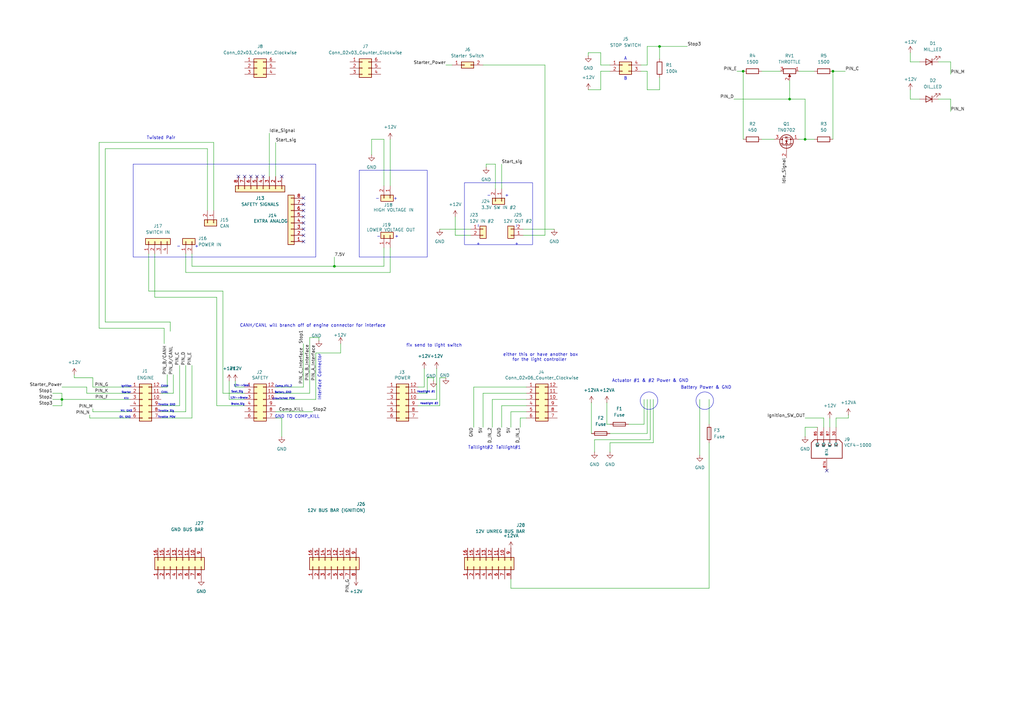
<source format=kicad_sch>
(kicad_sch (version 20231120) (generator "eeschema") (generator_version "8.0")
  (paper "A3")
  (lib_symbols
    (symbol "Connector_Generic:Conn_01x02" (pin_names (offset 1.016) hide)
      (property "Reference" "J" (at 0 2.54 0))
      (property "Value" "Conn_01x02" (at 0 -5.08 0))
      (symbol "Conn_01x02_1_1"
        (rectangle (start -1.27 -2.413) (end 0 -2.667) (stroke (width 0.1524)))
        (rectangle (start -1.27 0.127) (end 0 -0.127) (stroke (width 0.1524)))
        (rectangle (start -1.27 1.27) (end 1.27 -3.81) (stroke (width 0.254)) (fill (type background)))
        (pin passive line (at -5.08 0 0) (length 3.81) (name "Pin_1") (number "1"))
        (pin passive line (at -5.08 -2.54 0) (length 3.81) (name "Pin_2") (number "2"))
      )
    )
    (symbol "Connector_Generic:Conn_01x04" (pin_names (offset 1.016) hide)
      (property "Reference" "J" (at 0 5.08 0))
      (property "Value" "Conn_01x04" (at 0 -7.62 0))
      (symbol "Conn_01x04_1_1"
        (rectangle (start -1.27 -4.953) (end 0 -5.207) (stroke (width 0.1524)))
        (rectangle (start -1.27 -2.413) (end 0 -2.667) (stroke (width 0.1524)))
        (rectangle (start -1.27 0.127) (end 0 -0.127) (stroke (width 0.1524)))
        (rectangle (start -1.27 2.667) (end 0 2.413) (stroke (width 0.1524)))
        (rectangle (start -1.27 3.81) (end 1.27 -6.35) (stroke (width 0.254)) (fill (type background)))
        (pin passive line (at -5.08 2.54 0) (length 3.81) (name "Pin_1") (number "1"))
        (pin passive line (at -5.08 0 0) (length 3.81) (name "Pin_2") (number "2"))
        (pin passive line (at -5.08 -2.54 0) (length 3.81) (name "Pin_3") (number "3"))
        (pin passive line (at -5.08 -5.08 0) (length 3.81) (name "Pin_4") (number "4"))
      )
    )
    (symbol "Connector_Generic:Conn_01x08" (pin_names (offset 1.016) hide)
      (property "Reference" "J" (at 0 10.16 0))
      (property "Value" "Conn_01x08" (at 0 -12.7 0))
      (symbol "Conn_01x08_1_1"
        (rectangle (start -1.27 -10.033) (end 0 -10.287) (stroke (width 0.1524)))
        (rectangle (start -1.27 -7.493) (end 0 -7.747) (stroke (width 0.1524)))
        (rectangle (start -1.27 -4.953) (end 0 -5.207) (stroke (width 0.1524)))
        (rectangle (start -1.27 -2.413) (end 0 -2.667) (stroke (width 0.1524)))
        (rectangle (start -1.27 0.127) (end 0 -0.127) (stroke (width 0.1524)))
        (rectangle (start -1.27 2.667) (end 0 2.413) (stroke (width 0.1524)))
        (rectangle (start -1.27 5.207) (end 0 4.953) (stroke (width 0.1524)))
        (rectangle (start -1.27 7.747) (end 0 7.493) (stroke (width 0.1524)))
        (rectangle (start -1.27 8.89) (end 1.27 -11.43) (stroke (width 0.254)) (fill (type background)))
        (pin passive line (at -5.08 7.62 0) (length 3.81) (name "Pin_1") (number "1"))
        (pin passive line (at -5.08 5.08 0) (length 3.81) (name "Pin_2") (number "2"))
        (pin passive line (at -5.08 2.54 0) (length 3.81) (name "Pin_3") (number "3"))
        (pin passive line (at -5.08 0 0) (length 3.81) (name "Pin_4") (number "4"))
        (pin passive line (at -5.08 -2.54 0) (length 3.81) (name "Pin_5") (number "5"))
        (pin passive line (at -5.08 -5.08 0) (length 3.81) (name "Pin_6") (number "6"))
        (pin passive line (at -5.08 -7.62 0) (length 3.81) (name "Pin_7") (number "7"))
        (pin passive line (at -5.08 -10.16 0) (length 3.81) (name "Pin_8") (number "8"))
      )
    )
    (symbol "Connector_Generic:Conn_02x01" (pin_names (offset 1.016) hide)
      (property "Reference" "J" (at 1.27 2.54 0))
      (property "Value" "Conn_02x01" (at 1.27 -2.54 0))
      (symbol "Conn_02x01_1_1"
        (rectangle (start -1.27 0.127) (end 0 -0.127) (stroke (width 0.1524)))
        (rectangle (start -1.27 1.27) (end 3.81 -1.27) (stroke (width 0.254)) (fill (type background)))
        (rectangle (start 3.81 0.127) (end 2.54 -0.127) (stroke (width 0.1524)))
        (pin passive line (at -5.08 0 0) (length 3.81) (name "Pin_1") (number "1"))
        (pin passive line (at 7.62 0 180) (length 3.81) (name "Pin_2") (number "2"))
      )
    )
    (symbol "Connector_Generic:Conn_02x02_Counter_Clockwise" (pin_names (offset 1.016) hide)
      (property "Reference" "J" (at 1.27 2.54 0))
      (property "Value" "Conn_02x02_Counter_Clockwise" (at 1.27 -5.08 0))
      (symbol "Conn_02x02_Counter_Clockwise_1_1"
        (rectangle (start -1.27 -2.413) (end 0 -2.667) (stroke (width 0.1524)))
        (rectangle (start -1.27 0.127) (end 0 -0.127) (stroke (width 0.1524)))
        (rectangle (start -1.27 1.27) (end 3.81 -3.81) (stroke (width 0.254)) (fill (type background)))
        (rectangle (start 3.81 -2.413) (end 2.54 -2.667) (stroke (width 0.1524)))
        (rectangle (start 3.81 0.127) (end 2.54 -0.127) (stroke (width 0.1524)))
        (pin passive line (at -5.08 0 0) (length 3.81) (name "Pin_1") (number "1"))
        (pin passive line (at -5.08 -2.54 0) (length 3.81) (name "Pin_2") (number "2"))
        (pin passive line (at 7.62 -2.54 180) (length 3.81) (name "Pin_3") (number "3"))
        (pin passive line (at 7.62 0 180) (length 3.81) (name "Pin_4") (number "4"))
      )
    )
    (symbol "Connector_Generic:Conn_02x03_Counter_Clockwise" (pin_names (offset 1.016) hide)
      (property "Reference" "J" (at 1.27 5.08 0))
      (property "Value" "Conn_02x03_Counter_Clockwise" (at 1.27 -5.08 0))
      (symbol "Conn_02x03_Counter_Clockwise_1_1"
        (rectangle (start -1.27 -2.413) (end 0 -2.667) (stroke (width 0.1524)))
        (rectangle (start -1.27 0.127) (end 0 -0.127) (stroke (width 0.1524)))
        (rectangle (start -1.27 2.667) (end 0 2.413) (stroke (width 0.1524)))
        (rectangle (start -1.27 3.81) (end 3.81 -3.81) (stroke (width 0.254)) (fill (type background)))
        (rectangle (start 3.81 -2.413) (end 2.54 -2.667) (stroke (width 0.1524)))
        (rectangle (start 3.81 0.127) (end 2.54 -0.127) (stroke (width 0.1524)))
        (rectangle (start 3.81 2.667) (end 2.54 2.413) (stroke (width 0.1524)))
        (pin passive line (at -5.08 2.54 0) (length 3.81) (name "Pin_1") (number "1"))
        (pin passive line (at -5.08 0 0) (length 3.81) (name "Pin_2") (number "2"))
        (pin passive line (at -5.08 -2.54 0) (length 3.81) (name "Pin_3") (number "3"))
        (pin passive line (at 7.62 -2.54 180) (length 3.81) (name "Pin_4") (number "4"))
        (pin passive line (at 7.62 0 180) (length 3.81) (name "Pin_5") (number "5"))
        (pin passive line (at 7.62 2.54 180) (length 3.81) (name "Pin_6") (number "6"))
      )
    )
    (symbol "Connector_Generic:Conn_02x06_Counter_Clockwise" (pin_names (offset 1.016) hide)
      (property "Reference" "J" (at 1.27 7.62 0))
      (property "Value" "Conn_02x06_Counter_Clockwise" (at 1.27 -10.16 0))
      (symbol "Conn_02x06_Counter_Clockwise_1_1"
        (rectangle (start -1.27 -7.493) (end 0 -7.747) (stroke (width 0.1524)))
        (rectangle (start -1.27 -4.953) (end 0 -5.207) (stroke (width 0.1524)))
        (rectangle (start -1.27 -2.413) (end 0 -2.667) (stroke (width 0.1524)))
        (rectangle (start -1.27 0.127) (end 0 -0.127) (stroke (width 0.1524)))
        (rectangle (start -1.27 2.667) (end 0 2.413) (stroke (width 0.1524)))
        (rectangle (start -1.27 5.207) (end 0 4.953) (stroke (width 0.1524)))
        (rectangle (start -1.27 6.35) (end 3.81 -8.89) (stroke (width 0.254)) (fill (type background)))
        (rectangle (start 3.81 -7.493) (end 2.54 -7.747) (stroke (width 0.1524)))
        (rectangle (start 3.81 -4.953) (end 2.54 -5.207) (stroke (width 0.1524)))
        (rectangle (start 3.81 -2.413) (end 2.54 -2.667) (stroke (width 0.1524)))
        (rectangle (start 3.81 0.127) (end 2.54 -0.127) (stroke (width 0.1524)))
        (rectangle (start 3.81 2.667) (end 2.54 2.413) (stroke (width 0.1524)))
        (rectangle (start 3.81 5.207) (end 2.54 4.953) (stroke (width 0.1524)))
        (pin passive line (at -5.08 5.08 0) (length 3.81) (name "Pin_1") (number "1"))
        (pin passive line (at 7.62 0 180) (length 3.81) (name "Pin_10") (number "10"))
        (pin passive line (at 7.62 2.54 180) (length 3.81) (name "Pin_11") (number "11"))
        (pin passive line (at 7.62 5.08 180) (length 3.81) (name "Pin_12") (number "12"))
        (pin passive line (at -5.08 2.54 0) (length 3.81) (name "Pin_2") (number "2"))
        (pin passive line (at -5.08 0 0) (length 3.81) (name "Pin_3") (number "3"))
        (pin passive line (at -5.08 -2.54 0) (length 3.81) (name "Pin_4") (number "4"))
        (pin passive line (at -5.08 -5.08 0) (length 3.81) (name "Pin_5") (number "5"))
        (pin passive line (at -5.08 -7.62 0) (length 3.81) (name "Pin_6") (number "6"))
        (pin passive line (at 7.62 -7.62 180) (length 3.81) (name "Pin_7") (number "7"))
        (pin passive line (at 7.62 -5.08 180) (length 3.81) (name "Pin_8") (number "8"))
        (pin passive line (at 7.62 -2.54 180) (length 3.81) (name "Pin_9") (number "9"))
      )
    )
    (symbol "Connector_Generic:Conn_02x08_Counter_Clockwise" (pin_names (offset 1.016) hide)
      (property "Reference" "J" (at 1.27 10.16 0))
      (property "Value" "Conn_02x08_Counter_Clockwise" (at 1.27 -12.7 0))
      (symbol "Conn_02x08_Counter_Clockwise_1_1"
        (rectangle (start -1.27 -10.033) (end 0 -10.287) (stroke (width 0.1524)))
        (rectangle (start -1.27 -7.493) (end 0 -7.747) (stroke (width 0.1524)))
        (rectangle (start -1.27 -4.953) (end 0 -5.207) (stroke (width 0.1524)))
        (rectangle (start -1.27 -2.413) (end 0 -2.667) (stroke (width 0.1524)))
        (rectangle (start -1.27 0.127) (end 0 -0.127) (stroke (width 0.1524)))
        (rectangle (start -1.27 2.667) (end 0 2.413) (stroke (width 0.1524)))
        (rectangle (start -1.27 5.207) (end 0 4.953) (stroke (width 0.1524)))
        (rectangle (start -1.27 7.747) (end 0 7.493) (stroke (width 0.1524)))
        (rectangle (start -1.27 8.89) (end 3.81 -11.43) (stroke (width 0.254)) (fill (type background)))
        (rectangle (start 3.81 -10.033) (end 2.54 -10.287) (stroke (width 0.1524)))
        (rectangle (start 3.81 -7.493) (end 2.54 -7.747) (stroke (width 0.1524)))
        (rectangle (start 3.81 -4.953) (end 2.54 -5.207) (stroke (width 0.1524)))
        (rectangle (start 3.81 -2.413) (end 2.54 -2.667) (stroke (width 0.1524)))
        (rectangle (start 3.81 0.127) (end 2.54 -0.127) (stroke (width 0.1524)))
        (rectangle (start 3.81 2.667) (end 2.54 2.413) (stroke (width 0.1524)))
        (rectangle (start 3.81 5.207) (end 2.54 4.953) (stroke (width 0.1524)))
        (rectangle (start 3.81 7.747) (end 2.54 7.493) (stroke (width 0.1524)))
        (pin passive line (at -5.08 7.62 0) (length 3.81) (name "Pin_1") (number "1"))
        (pin passive line (at 7.62 -7.62 180) (length 3.81) (name "Pin_10") (number "10"))
        (pin passive line (at 7.62 -5.08 180) (length 3.81) (name "Pin_11") (number "11"))
        (pin passive line (at 7.62 -2.54 180) (length 3.81) (name "Pin_12") (number "12"))
        (pin passive line (at 7.62 0 180) (length 3.81) (name "Pin_13") (number "13"))
        (pin passive line (at 7.62 2.54 180) (length 3.81) (name "Pin_14") (number "14"))
        (pin passive line (at 7.62 5.08 180) (length 3.81) (name "Pin_15") (number "15"))
        (pin passive line (at 7.62 7.62 180) (length 3.81) (name "Pin_16") (number "16"))
        (pin passive line (at -5.08 5.08 0) (length 3.81) (name "Pin_2") (number "2"))
        (pin passive line (at -5.08 2.54 0) (length 3.81) (name "Pin_3") (number "3"))
        (pin passive line (at -5.08 0 0) (length 3.81) (name "Pin_4") (number "4"))
        (pin passive line (at -5.08 -2.54 0) (length 3.81) (name "Pin_5") (number "5"))
        (pin passive line (at -5.08 -5.08 0) (length 3.81) (name "Pin_6") (number "6"))
        (pin passive line (at -5.08 -7.62 0) (length 3.81) (name "Pin_7") (number "7"))
        (pin passive line (at -5.08 -10.16 0) (length 3.81) (name "Pin_8") (number "8"))
        (pin passive line (at 7.62 -10.16 180) (length 3.81) (name "Pin_9") (number "9"))
      )
    )
    (symbol "Device:Fuse" (pin_numbers hide) (pin_names (offset 0))
      (property "Reference" "F" (at 2.032 0 90))
      (property "Value" "Fuse" (at -1.905 0 90))
      (symbol "Fuse_0_1"
        (rectangle (start -0.762 -2.54) (end 0.762 2.54) (stroke (width 0.254)))
        (polyline (pts (xy 0 2.54) (xy 0 -2.54)))
      )
      (symbol "Fuse_1_1"
        (pin passive line (at 0 3.81 270) (length 1.27) (name "~") (number "1"))
        (pin passive line (at 0 -3.81 90) (length 1.27) (name "~") (number "2"))
      )
    )
    (symbol "Device:LED" (pin_numbers hide) (pin_names (offset 1.016) hide)
      (property "Reference" "D" (at 0 2.54 0))
      (property "Value" "LED" (at 0 -2.54 0))
      (symbol "LED_0_1"
        (polyline (pts (xy -1.27 -1.27) (xy -1.27 1.27)) (stroke (width 0.254)))
        (polyline (pts (xy -1.27 0) (xy 1.27 0)))
        (polyline (pts (xy 1.27 -1.27) (xy 1.27 1.27) (xy -1.27 0) (xy 1.27 -1.27)) (stroke (width 0.254)))
        (polyline (pts (xy -3.048 -0.762) (xy -4.572 -2.286) (xy -3.81 -2.286) (xy -4.572 -2.286) (xy -4.572 -1.524)))
        (polyline (pts (xy -1.778 -0.762) (xy -3.302 -2.286) (xy -2.54 -2.286) (xy -3.302 -2.286) (xy -3.302 -1.524)))
      )
      (symbol "LED_1_1"
        (pin passive line (at -3.81 0 0) (length 2.54) (name "K") (number "1"))
        (pin passive line (at 3.81 0 180) (length 2.54) (name "A") (number "2"))
      )
    )
    (symbol "Device:R" (pin_numbers hide) (pin_names (offset 0))
      (property "Reference" "R" (at 2.032 0 90))
      (property "Value" "R" (at 0 0 90))
      (symbol "R_0_1"
        (rectangle (start -1.016 -2.54) (end 1.016 2.54) (stroke (width 0.254)))
      )
      (symbol "R_1_1"
        (pin passive line (at 0 3.81 270) (length 1.27) (name "~") (number "1"))
        (pin passive line (at 0 -3.81 90) (length 1.27) (name "~") (number "2"))
      )
    )
    (symbol "Device:R_Potentiometer" (pin_names (offset 1.016) hide)
      (property "Reference" "RV" (at -4.445 0 90))
      (property "Value" "R_Potentiometer" (at -2.54 0 90))
      (symbol "R_Potentiometer_0_1"
        (polyline (pts (xy 2.54 0) (xy 1.524 0)))
        (polyline (pts (xy 1.143 0) (xy 2.286 0.508) (xy 2.286 -0.508) (xy 1.143 0)) (fill (type outline)))
        (rectangle (start 1.016 2.54) (end -1.016 -2.54) (stroke (width 0.254)))
      )
      (symbol "R_Potentiometer_1_1"
        (pin passive line (at 0 3.81 270) (length 1.27) (name "1") (number "1"))
        (pin passive line (at 3.81 0 180) (length 1.27) (name "2") (number "2"))
        (pin passive line (at 0 -3.81 90) (length 1.27) (name "3") (number "3"))
      )
    )
    (symbol "Motherboard_2023-rescue:VCF4-1000-VCF4-1000-Motherboard_2023-rescue" (pin_names (offset 1.016))
      (property "Reference" "J" (at -7.62 6.35 0))
      (property "Value" "Motherboard_2023-rescue_VCF4-1000-VCF4-1000" (at -7.62 -10.16 0))
      (symbol "VCF4-1000-VCF4-1000-Motherboard_2023-rescue_0_0"
        (arc (start -1.905 -4.445) (mid -2.5373 -5.08) (end -1.905 -5.715) (stroke (width 0.254)))
        (arc (start -1.905 -1.905) (mid -2.5373 -2.54) (end -1.905 -3.175) (stroke (width 0.254)))
        (arc (start -1.905 0.635) (mid -2.5373 0) (end -1.905 -0.635) (stroke (width 0.254)))
        (arc (start -1.905 3.175) (mid -2.5373 2.54) (end -1.905 1.905) (stroke (width 0.254)))
        (polyline (pts (xy -7.62 -7.62) (xy -7.62 5.08)) (stroke (width 0.254)))
        (polyline (pts (xy -7.62 5.08) (xy -1.27 5.08)) (stroke (width 0.254)))
        (polyline (pts (xy -1.27 -7.62) (xy -7.62 -7.62)) (stroke (width 0.254)))
        (polyline (pts (xy 0 -6.35) (xy -1.27 -7.62)) (stroke (width 0.254)))
        (polyline (pts (xy 0 -5.08) (xy -1.27 -5.08)) (stroke (width 0.254)))
        (polyline (pts (xy 0 -2.54) (xy -1.27 -2.54)) (stroke (width 0.254)))
        (polyline (pts (xy 0 0) (xy -1.27 0)) (stroke (width 0.254)))
        (polyline (pts (xy 0 2.54) (xy -1.27 2.54)) (stroke (width 0.254)))
        (polyline (pts (xy 0 2.54) (xy 0 -6.35)) (stroke (width 0.254)))
        (polyline (pts (xy 0 3.81) (xy -1.27 5.08)) (stroke (width 0.254)))
        (polyline (pts (xy 0 3.81) (xy 0 2.54)) (stroke (width 0.254)))
        (pin passive line (at 5.08 -5.08 180) (length 5.08) (name "30") (number "30"))
        (pin passive line (at 5.08 2.54 180) (length 5.08) (name "85") (number "85"))
        (pin passive line (at 5.08 0 180) (length 5.08) (name "86") (number "86"))
        (pin passive line (at 5.08 -2.54 180) (length 5.08) (name "87") (number "87"))
        (pin passive line (at -12.7 -1.27 0) (length 5.08) (name "87A") (number "87A"))
      )
    )
    (symbol "Transistor_FET:2N7000" (pin_names hide)
      (property "Reference" "Q" (at 5.08 1.905 0))
      (property "Value" "2N7000" (at 5.08 0 0))
      (symbol "2N7000_0_1"
        (polyline (pts (xy 0.254 0) (xy -2.54 0)))
        (polyline (pts (xy 0.254 1.905) (xy 0.254 -1.905)) (stroke (width 0.254)))
        (polyline (pts (xy 0.762 -1.27) (xy 0.762 -2.286)) (stroke (width 0.254)))
        (polyline (pts (xy 0.762 0.508) (xy 0.762 -0.508)) (stroke (width 0.254)))
        (polyline (pts (xy 0.762 2.286) (xy 0.762 1.27)) (stroke (width 0.254)))
        (polyline (pts (xy 2.54 2.54) (xy 2.54 1.778)))
        (polyline (pts (xy 2.54 -2.54) (xy 2.54 0) (xy 0.762 0)))
        (polyline (pts (xy 0.762 -1.778) (xy 3.302 -1.778) (xy 3.302 1.778) (xy 0.762 1.778)))
        (polyline (pts (xy 1.016 0) (xy 2.032 0.381) (xy 2.032 -0.381) (xy 1.016 0)) (fill (type outline)))
        (polyline (pts (xy 2.794 0.508) (xy 2.921 0.381) (xy 3.683 0.381) (xy 3.81 0.254)))
        (polyline (pts (xy 3.302 0.381) (xy 2.921 -0.254) (xy 3.683 -0.254) (xy 3.302 0.381)))
        (circle (center 1.651 0) (radius 2.794) (stroke (width 0.254)))
        (circle (center 2.54 -1.778) (radius 0.254) (fill (type outline)))
        (circle (center 2.54 1.778) (radius 0.254) (fill (type outline)))
      )
      (symbol "2N7000_1_1"
        (pin passive line (at 2.54 -5.08 90) (length 2.54) (name "S") (number "1"))
        (pin input line (at -5.08 0 0) (length 2.54) (name "G") (number "2"))
        (pin passive line (at 2.54 5.08 270) (length 2.54) (name "D") (number "3"))
      )
    )
    (symbol "power:+12V" (power) (pin_numbers hide) (pin_names (offset 0) hide)
      (property "Value" "+12V" (at 0 3.556 0))
      (symbol "+12V_0_1"
        (polyline (pts (xy -0.762 1.27) (xy 0 2.54)))
        (polyline (pts (xy 0 0) (xy 0 2.54)))
        (polyline (pts (xy 0 2.54) (xy 0.762 1.27)))
      )
      (symbol "+12V_1_1"
        (pin power_in line (at 0 0 90) (length 0) (name "~") (number "1"))
      )
    )
    (symbol "power:+12VA" (power) (pin_numbers hide) (pin_names (offset 0) hide)
      (property "Value" "+12VA" (at 0 3.556 0))
      (symbol "+12VA_0_1"
        (polyline (pts (xy -0.762 1.27) (xy 0 2.54)))
        (polyline (pts (xy 0 0) (xy 0 2.54)))
        (polyline (pts (xy 0 2.54) (xy 0.762 1.27)))
      )
      (symbol "+12VA_1_1"
        (pin power_in line (at 0 0 90) (length 0) (name "~") (number "1"))
      )
    )
    (symbol "power:GND" (power) (pin_numbers hide) (pin_names (offset 0) hide)
      (property "Value" "GND" (at 0 -3.81 0))
      (symbol "GND_0_1"
        (polyline (pts (xy 0 0) (xy 0 -1.27) (xy 1.27 -1.27) (xy 0 -2.54) (xy -1.27 -1.27) (xy 0 -1.27)))
      )
      (symbol "GND_1_1"
        (pin power_in line (at 0 0 270) (length 0) (name "~") (number "1"))
      )
    )
  )
  (junction (at 341.63 29.21))
  (junction (at 137.16 109.22))
  (junction (at 323.85 40.64))
  (junction (at 25.4 163.83))
  (junction (at 330.2 57.15))
  (junction (at 270.51 19.05))
  (junction (at 304.8 29.21))
  (no_connect (at 102.87 72.39))
  (no_connect (at 124.46 83.82))
  (no_connect (at 339.09 193.04))
  (no_connect (at 124.46 99.06))
  (no_connect (at 124.46 91.44))
  (no_connect (at 100.33 72.39))
  (no_connect (at 107.95 72.39))
  (no_connect (at 124.46 81.28))
  (no_connect (at 105.41 72.39))
  (no_connect (at 124.46 88.9))
  (no_connect (at 124.46 86.36))
  (no_connect (at 97.79 72.39))
  (no_connect (at 115.57 72.39))
  (no_connect (at 124.46 93.98))
  (no_connect (at 124.46 96.52))
  (wire (pts (xy 205.74 166.37) (xy 205.74 175.26)))
  (wire (pts (xy 127 138.43) (xy 130.81 138.43)))
  (wire (pts (xy 71.12 153.67) (xy 71.12 161.29)))
  (wire (pts (xy 124.46 158.75) (xy 113.03 158.75)))
  (wire (pts (xy 127 138.43) (xy 127 161.29)))
  (wire (pts (xy 38.1 158.75) (xy 53.34 158.75)))
  (wire (pts (xy 377.19 25.4) (xy 373.38 25.4)))
  (wire (pts (xy 265.43 29.21) (xy 265.43 36.83)))
  (wire (pts (xy 209.55 168.91) (xy 209.55 175.26)))
  (wire (pts (xy 384.81 25.4) (xy 389.89 25.4)))
  (wire (pts (xy 113.03 171.45) (xy 115.57 171.45)))
  (wire (pts (xy 35.56 161.29) (xy 53.34 161.29)))
  (wire (pts (xy 323.85 33.02) (xy 323.85 40.64)))
  (wire (pts (xy 157.48 109.22) (xy 137.16 109.22)))
  (wire (pts (xy 85.09 86.36) (xy 85.09 60.96)))
  (wire (pts (xy 215.9 158.75) (xy 194.31 158.75)))
  (wire (pts (xy 203.2 77.47) (xy 203.2 67.31)))
  (wire (pts (xy 73.66 149.86) (xy 73.66 166.37)))
  (wire (pts (xy 66.04 158.75) (xy 68.58 158.75)))
  (wire (pts (xy 243.84 180.34) (xy 266.7 180.34)))
  (wire (pts (xy 137.16 105.41) (xy 137.16 109.22)))
  (wire (pts (xy 250.19 181.61) (xy 267.97 181.61)))
  (wire (pts (xy 76.2 149.86) (xy 76.2 168.91)))
  (wire (pts (xy 262.89 26.67) (xy 265.43 26.67)))
  (wire (pts (xy 265.43 19.05) (xy 265.43 26.67)))
  (wire (pts (xy 270.51 24.13) (xy 270.51 19.05)))
  (wire (pts (xy 30.48 153.67) (xy 30.48 154.94)))
  (wire (pts (xy 287.02 163.83) (xy 287.02 186.69)))
  (wire (pts (xy 347.98 171.45) (xy 342.9 171.45)))
  (wire (pts (xy 177.8 154.94) (xy 175.26 154.94)))
  (wire (pts (xy 246.38 29.21) (xy 246.38 36.83)))
  (wire (pts (xy 267.97 163.83) (xy 267.97 181.61)))
  (wire (pts (xy 139.7 140.97) (xy 139.7 144.78)))
  (wire (pts (xy 25.4 158.75) (xy 35.56 158.75)))
  (wire (pts (xy 335.28 175.26) (xy 330.2 175.26)))
  (wire (pts (xy 113.03 161.29) (xy 127 161.29)))
  (wire (pts (xy 35.56 158.75) (xy 35.56 161.29)))
  (wire (pts (xy 171.45 158.75) (xy 173.99 158.75)))
  (wire (pts (xy 38.1 154.94) (xy 30.48 154.94)))
  (wire (pts (xy 25.4 161.29) (xy 25.4 163.83)))
  (wire (pts (xy 113.03 163.83) (xy 129.54 163.83)))
  (wire (pts (xy 377.19 40.64) (xy 373.38 40.64)))
  (wire (pts (xy 160.02 101.6) (xy 160.02 111.76)))
  (wire (pts (xy 246.38 36.83) (xy 241.3 36.83)))
  (wire (pts (xy 124.46 140.97) (xy 124.46 158.75)))
  (wire (pts (xy 266.7 163.83) (xy 266.7 180.34)))
  (wire (pts (xy 203.2 67.31) (xy 199.39 67.31)))
  (wire (pts (xy 93.98 156.21) (xy 93.98 163.83)))
  (wire (pts (xy 330.2 57.15) (xy 334.01 57.15)))
  (wire (pts (xy 215.9 168.91) (xy 209.55 168.91)))
  (wire (pts (xy 129.54 144.78) (xy 139.7 144.78)))
  (wire (pts (xy 270.51 19.05) (xy 281.94 19.05)))
  (wire (pts (xy 63.5 121.92) (xy 88.9 121.92)))
  (wire (pts (xy 66.04 171.45) (xy 78.74 171.45)))
  (wire (pts (xy 341.63 29.21) (xy 341.63 57.15)))
  (wire (pts (xy 198.12 161.29) (xy 198.12 175.26)))
  (wire (pts (xy 242.57 165.1) (xy 242.57 177.8)))
  (wire (pts (xy 130.81 138.43) (xy 130.81 139.7)))
  (wire (pts (xy 323.85 40.64) (xy 300.99 40.64)))
  (wire (pts (xy 250.19 26.67) (xy 246.38 26.67)))
  (wire (pts (xy 384.81 40.64) (xy 389.89 40.64)))
  (wire (pts (xy 241.3 21.59) (xy 246.38 21.59)))
  (wire (pts (xy 78.74 109.22) (xy 78.74 104.14)))
  (wire (pts (xy 160.02 111.76) (xy 76.2 111.76)))
  (wire (pts (xy 330.2 40.64) (xy 330.2 57.15)))
  (wire (pts (xy 373.38 40.64) (xy 373.38 36.83)))
  (wire (pts (xy 186.69 96.52) (xy 186.69 88.9)))
  (wire (pts (xy 302.26 29.21) (xy 304.8 29.21)))
  (wire (pts (xy 340.36 171.45) (xy 340.36 175.26)))
  (wire (pts (xy 304.8 29.21) (xy 304.8 57.15)))
  (wire (pts (xy 21.59 166.37) (xy 25.4 166.37)))
  (wire (pts (xy 342.9 171.45) (xy 342.9 175.26)))
  (wire (pts (xy 177.8 156.21) (xy 177.8 154.94)))
  (wire (pts (xy 193.04 96.52) (xy 186.69 96.52)))
  (wire (pts (xy 129.54 144.78) (xy 129.54 163.83)))
  (wire (pts (xy 201.93 163.83) (xy 201.93 175.26)))
  (wire (pts (xy 38.1 167.64) (xy 38.1 168.91)))
  (wire (pts (xy 330.2 175.26) (xy 330.2 179.07)))
  (wire (pts (xy 290.83 181.61) (xy 290.83 241.3)))
  (wire (pts (xy 157.48 57.15) (xy 157.48 76.2)))
  (wire (pts (xy 209.55 241.3) (xy 209.55 237.49)))
  (wire (pts (xy 113.03 168.91) (xy 128.27 168.91)))
  (wire (pts (xy 227.33 93.98) (xy 214.63 93.98)))
  (wire (pts (xy 157.48 101.6) (xy 157.48 109.22)))
  (wire (pts (xy 312.42 29.21) (xy 320.04 29.21)))
  (wire (pts (xy 43.18 60.96) (xy 43.18 132.08)))
  (wire (pts (xy 53.34 168.91) (xy 38.1 168.91)))
  (wire (pts (xy 330.2 171.45) (xy 337.82 171.45)))
  (wire (pts (xy 67.31 134.62) (xy 67.31 140.97)))
  (wire (pts (xy 160.02 57.15) (xy 160.02 76.2)))
  (wire (pts (xy 337.82 175.26) (xy 337.82 171.45)))
  (wire (pts (xy 323.85 40.64) (xy 330.2 40.64)))
  (wire (pts (xy 214.63 96.52) (xy 223.52 96.52)))
  (wire (pts (xy 100.33 163.83) (xy 93.98 163.83)))
  (wire (pts (xy 215.9 166.37) (xy 205.74 166.37)))
  (wire (pts (xy 91.44 119.38) (xy 91.44 161.29)))
  (wire (pts (xy 25.4 163.83) (xy 25.4 166.37)))
  (wire (pts (xy 110.49 54.61) (xy 110.49 72.39)))
  (wire (pts (xy 248.92 173.99) (xy 250.19 173.99)))
  (wire (pts (xy 69.85 132.08) (xy 69.85 135.89)))
  (wire (pts (xy 213.36 171.45) (xy 215.9 171.45)))
  (wire (pts (xy 40.64 58.42) (xy 87.63 58.42)))
  (wire (pts (xy 215.9 163.83) (xy 201.93 163.83)))
  (wire (pts (xy 180.34 93.98) (xy 193.04 93.98)))
  (wire (pts (xy 21.59 163.83) (xy 25.4 163.83)))
  (wire (pts (xy 199.39 67.31) (xy 199.39 68.58)))
  (wire (pts (xy 96.52 156.21) (xy 96.52 158.75)))
  (wire (pts (xy 241.3 21.59) (xy 241.3 22.86)))
  (wire (pts (xy 175.26 154.94) (xy 175.26 161.29)))
  (wire (pts (xy 66.04 166.37) (xy 73.66 166.37)))
  (wire (pts (xy 250.19 177.8) (xy 265.43 177.8)))
  (wire (pts (xy 115.57 171.45) (xy 115.57 179.07)))
  (wire (pts (xy 182.88 154.94) (xy 180.34 154.94)))
  (wire (pts (xy 243.84 185.42) (xy 243.84 180.34)))
  (wire (pts (xy 43.18 60.96) (xy 85.09 60.96)))
  (wire (pts (xy 40.64 58.42) (xy 40.64 134.62)))
  (wire (pts (xy 264.16 163.83) (xy 264.16 173.99)))
  (wire (pts (xy 180.34 154.94) (xy 180.34 166.37)))
  (wire (pts (xy 179.07 151.13) (xy 179.07 163.83)))
  (wire (pts (xy 270.51 19.05) (xy 265.43 19.05)))
  (wire (pts (xy 43.18 132.08) (xy 69.85 132.08)))
  (wire (pts (xy 215.9 161.29) (xy 198.12 161.29)))
  (wire (pts (xy 213.36 175.26) (xy 213.36 171.45)))
  (wire (pts (xy 100.33 158.75) (xy 96.52 158.75)))
  (wire (pts (xy 341.63 29.21) (xy 346.71 29.21)))
  (wire (pts (xy 113.03 58.42) (xy 113.03 72.39)))
  (wire (pts (xy 194.31 158.75) (xy 194.31 175.26)))
  (wire (pts (xy 88.9 121.92) (xy 88.9 166.37)))
  (wire (pts (xy 63.5 104.14) (xy 63.5 121.92)))
  (wire (pts (xy 66.04 161.29) (xy 71.12 161.29)))
  (wire (pts (xy 265.43 163.83) (xy 265.43 177.8)))
  (wire (pts (xy 262.89 29.21) (xy 265.43 29.21)))
  (wire (pts (xy 312.42 57.15) (xy 317.5 57.15)))
  (wire (pts (xy 152.4 57.15) (xy 152.4 63.5)))
  (wire (pts (xy 327.66 29.21) (xy 334.01 29.21)))
  (wire (pts (xy 182.88 26.67) (xy 185.42 26.67)))
  (wire (pts (xy 78.74 149.86) (xy 78.74 171.45)))
  (wire (pts (xy 25.4 163.83) (xy 53.34 163.83)))
  (wire (pts (xy 290.83 163.83) (xy 290.83 173.99)))
  (wire (pts (xy 66.04 168.91) (xy 76.2 168.91)))
  (wire (pts (xy 373.38 25.4) (xy 373.38 21.59)))
  (wire (pts (xy 53.34 171.45) (xy 36.83 171.45)))
  (wire (pts (xy 60.96 104.14) (xy 60.96 119.38)))
  (wire (pts (xy 171.45 161.29) (xy 175.26 161.29)))
  (wire (pts (xy 68.58 153.67) (xy 68.58 158.75)))
  (wire (pts (xy 205.74 67.31) (xy 205.74 77.47)))
  (wire (pts (xy 173.99 151.13) (xy 173.99 158.75)))
  (wire (pts (xy 257.81 173.99) (xy 264.16 173.99)))
  (wire (pts (xy 76.2 111.76) (xy 76.2 104.14)))
  (wire (pts (xy 87.63 86.36) (xy 87.63 58.42)))
  (wire (pts (xy 327.66 57.15) (xy 330.2 57.15)))
  (wire (pts (xy 290.83 241.3) (xy 209.55 241.3)))
  (wire (pts (xy 171.45 166.37) (xy 180.34 166.37)))
  (wire (pts (xy 171.45 163.83) (xy 179.07 163.83)))
  (wire (pts (xy 38.1 158.75) (xy 38.1 154.94)))
  (wire (pts (xy 250.19 185.42) (xy 250.19 181.61)))
  (wire (pts (xy 248.92 165.1) (xy 248.92 173.99)))
  (wire (pts (xy 270.51 31.75) (xy 270.51 36.83)))
  (wire (pts (xy 36.83 170.18) (xy 36.83 171.45)))
  (wire (pts (xy 389.89 40.64) (xy 389.89 45.72)))
  (wire (pts (xy 246.38 29.21) (xy 250.19 29.21)))
  (wire (pts (xy 91.44 161.29) (xy 100.33 161.29)))
  (wire (pts (xy 389.89 25.4) (xy 389.89 30.48)))
  (wire (pts (xy 152.4 57.15) (xy 157.48 57.15)))
  (wire (pts (xy 223.52 96.52) (xy 223.52 26.67)))
  (wire (pts (xy 265.43 36.83) (xy 270.51 36.83)))
  (wire (pts (xy 347.98 170.18) (xy 347.98 171.45)))
  (wire (pts (xy 88.9 166.37) (xy 100.33 166.37)))
  (wire (pts (xy 21.59 161.29) (xy 25.4 161.29)))
  (wire (pts (xy 137.16 109.22) (xy 78.74 109.22)))
  (wire (pts (xy 246.38 21.59) (xy 246.38 26.67)))
  (wire (pts (xy 223.52 26.67) (xy 198.12 26.67)))
  (wire (pts (xy 40.64 134.62) (xy 67.31 134.62)))
  (wire (pts (xy 60.96 119.38) (xy 91.44 119.38)))
  (rectangle (start 147.32 69.85) (end 175.26 105.41))
  (circle (center 266.192 164.338) (radius 3.5921))
  (rectangle (start 54.61 67.31) (end 129.54 105.41))
  (circle (center 289.052 164.338) (radius 3.5921))
  (rectangle (start 190.5 74.93) (end 218.44 100.33))
  (text "Battery_GND\n" (at 116.078 161.036 0) (effects (font (size 0.75 0.75))))
  (text "Battery Power & GND" (at 289.56 159.004 0) (effects (font (size 1.27 1.27))))
  (text "Comp_Kill_2" (at 116.332 158.496 0) (effects (font (size 0.75 0.75))))
  (text "GND TO COMP_KILL" (at 121.92 170.942 0) (effects (font (size 1.27 1.27))))
  (text "-      +" (at 76.962 101.092 0) (effects (font (size 1.27 1.27))))
  (text "MIL GND" (at 51.816 168.656 0) (effects (font (size 0.75 0.75))))
  (text "CANH" (at 67.564 158.496 0) (effects (font (size 0.75 0.75))))
  (text "+      - " (at 196.088 96.012 90) (effects (font (size 1.27 1.27))))
  (text "Ignition" (at 51.816 158.496 0) (effects (font (size 0.75 0.75))))
  (text "Kill" (at 51.816 163.576 0) (effects (font (size 0.75 0.75))))
  (text "-      +" (at 158.496 81.534 0) (effects (font (size 1.27 1.27))))
  (text "OIL GND" (at 51.308 171.196 0) (effects (font (size 0.75 0.75))))
  (text "Taillight#1\n" (at 208.534 183.642 0) (effects (font (size 1.27 1.27))))
  (text "Taillight#2\n" (at 197.104 183.642 0) (effects (font (size 1.27 1.27))))
  (text "Twisted Pair" (at 66.04 56.642 0) (effects (font (size 1.27 1.27))))
  (text "Brake_Sig" (at 97.536 165.862 0) (effects (font (size 0.75 0.75))))
  (text "fix send to light switch" (at 178.054 141.732 0) (effects (font (size 1.27 1.27))))
  (text "Unswitched POW" (at 116.332 163.576 0) (effects (font (size 0.75 0.75))))
  (text "A\n\n\n\nB" (at 256.54 28.194 0) (effects (font (size 1.27 1.27))))
  (text "Headlight #1\n" (at 174.752 160.782 0) (effects (font (size 0.75 0.75))))
  (text "-      +" (at 159.004 97.028 0) (effects (font (size 1.27 1.27))))
  (text "Interface Connector" (at 131.064 154.686 90) (effects (font (size 1.27 1.27))))
  (text "-      +" (at 204.216 80.264 0) (effects (font (size 1.27 1.27))))
  (text "12V->Seat" (at 99.06 158.242 0) (effects (font (size 0.75 0.75))))
  (text "Starter\n" (at 51.816 161.036 0) (effects (font (size 0.75 0.75))))
  (text "12V->Brake\n" (at 98.044 163.322 0) (effects (font (size 0.75 0.75))))
  (text "+      - " (at 211.836 96.012 90) (effects (font (size 1.27 1.27))))
  (text "Headlight #2\n" (at 176.022 165.608 0) (effects (font (size 0.75 0.75))))
  (text "CANL" (at 67.564 161.036 0) (effects (font (size 0.75 0.75))))
  (text "Seat_Sig" (at 97.282 160.782 0) (effects (font (size 0.75 0.75))))
  (text "CANH/CANL will branch off of engine connector for interface" (at 128.27 133.604 0) (effects (font (size 1.27 1.27))))
  (text "either this or have another box\nfor the light controller " (at 221.742 146.558 0) (effects (font (size 1.27 1.27))))
  (text "Throttle POW" (at 68.326 171.196 0) (effects (font (size 0.75 0.75))))
  (text "Actuator #1 & #2 Power & GND" (at 266.7 156.21 0) (effects (font (size 1.27 1.27))))
  (text "Throttle Sig" (at 68.072 168.656 0) (effects (font (size 0.75 0.75))))
  (text "Throttle GND" (at 68.326 166.116 0) (effects (font (size 0.75 0.75))))
  (label "PIN_E" (at 78.74 149.86 90))
  (label "PIN_G" (at 44.45 158.75 180))
  (label "PIN_C_Interface" (at 124.46 157.48 90))
  (label "Starter_Power" (at 25.4 158.75 180))
  (label "Comp_KILL" (at 114.3 168.91 0))
  (label "PIN_F" (at 44.45 163.83 180))
  (label "PIN_N" (at 389.89 45.72 0))
  (label "PIN_B{slash}CANH" (at 68.58 153.67 90))
  (label "PIN_C" (at 73.66 149.86 90))
  (label "PIN_M" (at 38.1 167.64 180))
  (label "PIN_K" (at 44.45 161.29 180))
  (label "Ignition_SW_OUT" (at 330.2 171.45 180))
  (label "Start_sig" (at 205.74 67.31 0))
  (label "PIN_D" (at 300.99 40.64 180))
  (label "PIN_E" (at 302.26 29.21 180))
  (label "Idle_Signal" (at 110.49 54.61 0))
  (label "Stop2" (at 128.27 168.91 0))
  (label "Stop3" (at 21.59 166.37 180))
  (label "GND" (at 205.74 175.26 270))
  (label "PIN_R{slash}CANL" (at 71.12 153.67 90))
  (label "PIN_A_Interface" (at 129.54 156.21 90))
  (label "PIN_D" (at 76.2 149.86 90))
  (label "GND" (at 194.31 175.26 270))
  (label "7.5V" (at 137.16 105.41 0))
  (label "D_IN_2" (at 201.93 175.26 270))
  (label "5V" (at 198.12 175.26 270))
  (label "PIN_M" (at 389.89 30.48 0))
  (label "Start_sig" (at 113.03 58.42 0))
  (label "Idle_Signal" (at 322.58 64.77 270))
  (label "PIN_N" (at 36.83 170.18 180))
  (label "D_IN_1" (at 213.36 175.26 270))
  (label "PIN_C" (at 346.71 29.21 0))
  (label "PIN_G" (at 143.51 237.49 270))
  (label "Stop2" (at 21.59 163.83 180))
  (label "5V" (at 209.55 175.26 270))
  (label "Stop3" (at 281.94 19.05 0))
  (label "Stop1" (at 124.46 140.97 90))
  (label "Starter_Power" (at 182.88 26.67 180))
  (label "PIN_B_Interface" (at 127 156.21 90))
  (label "Stop1" (at 21.59 161.29 180))
  (symbol (lib_id "Connector_Generic:Conn_01x08") (at 119.38 91.44 180) (unit 1)
    (property "Reference" "J14" (at 111.76 88.392 0))
    (property "Value" "EXTRA ANALOG" (at 110.998 90.678 0))
    (property "Description" "Generic connector, single row, 01x08, script generated (kicad-library-utils/schlib/autogen/connector/)" (effects (hide yes)))
  )
  (symbol (lib_id "power:+12V") (at 340.36 171.45 0) (unit 1)
    (property "Reference" "#PWR06" (effects (hide yes)))
    (property "Value" "+12V" (at 340.36 166.37 0))
    (property "Description" "Power symbol creates a global label with name \"+12V\"" (effects (hide yes)))
  )
  (symbol (lib_id "power:GND") (at 243.84 185.42 0) (unit 1)
    (property "Reference" "#PWR029" (effects (hide yes)))
    (property "Value" "GND" (at 243.84 190.5 0))
    (property "Description" "Power symbol creates a global label with name \"GND\" , ground" (effects (hide yes)))
  )
  (symbol (lib_id "power:GND") (at 115.57 179.07 0) (unit 1)
    (property "Reference" "#PWR019" (effects (hide yes)))
    (property "Value" "GND" (at 115.57 184.15 0))
    (property "Description" "Power symbol creates a global label with name \"GND\" , ground" (effects (hide yes)))
  )
  (symbol (lib_id "power:GND") (at 177.8 156.21 0) (unit 1)
    (property "Reference" "#PWR016" (effects (hide yes)))
    (property "Value" "GND" (at 176.784 154.178 0))
    (property "Description" "Power symbol creates a global label with name \"GND\" , ground" (effects (hide yes)))
  )
  (symbol (lib_id "power:GND") (at 82.55 237.49 0) (unit 1)
    (property "Reference" "#PWR02" (effects (hide yes)))
    (property "Value" "GND" (at 82.55 242.57 0))
    (property "Description" "Power symbol creates a global label with name \"GND\" , ground" (effects (hide yes)))
  )
  (symbol (lib_id "Connector_Generic:Conn_01x02") (at 160.02 81.28 270) (unit 1)
    (property "Reference" "J18" (at 157.48 84.074 90) (effects (justify left)))
    (property "Value" "HIGH VOLTAGE IN" (at 153.162 86.106 90) (effects (justify left)))
    (property "Description" "Generic connector, single row, 01x02, script generated (kicad-library-utils/schlib/autogen/connector/)" (effects (hide yes)))
  )
  (symbol (lib_id "Connector_Generic:Conn_01x02") (at 209.55 96.52 180) (unit 1)
    (property "Reference" "J25" (at 212.344 88.138 0))
    (property "Value" "12V OUT #2" (at 212.344 90.678 0))
    (property "Description" "Generic connector, single row, 01x02, script generated (kicad-library-utils/schlib/autogen/connector/)" (effects (hide yes)))
  )
  (symbol (lib_id "Connector_Generic:Conn_02x06_Counter_Clockwise") (at 105.41 163.83 0) (unit 1)
    (property "Reference" "J2" (at 106.426 152.654 0))
    (property "Value" "SAFETY" (at 106.68 154.94 0))
    (property "Description" "Generic connector, double row, 02x06, counter clockwise pin numbering scheme (similar to DIP package numbering), script generated (kicad-library-utils/schlib/autogen/connector/)" (effects (hide yes)))
  )
  (symbol (lib_id "power:GND") (at 180.34 93.98 0) (unit 1)
    (property "Reference" "#PWR011" (effects (hide yes)))
    (property "Value" "GND" (at 180.34 99.06 0))
    (property "Description" "Power symbol creates a global label with name \"GND\" , ground" (effects (hide yes)))
  )
  (symbol (lib_id "power:+12V") (at 146.05 237.49 180) (unit 1)
    (property "Reference" "#PWR03" (effects (hide yes)))
    (property "Value" "+12V" (at 146.05 242.57 0))
    (property "Description" "Power symbol creates a global label with name \"+12V\"" (effects (hide yes)))
  )
  (symbol (lib_id "power:+12VA") (at 209.55 224.79 0) (unit 1)
    (property "Reference" "#PWR05" (effects (hide yes)))
    (property "Value" "+12VA" (at 209.55 219.71 0))
    (property "Description" "Power symbol creates a global label with name \"+12VA\"" (effects (hide yes)))
  )
  (symbol (lib_id "power:+12VA") (at 242.57 165.1 0) (unit 1)
    (property "Reference" "#PWR027" (effects (hide yes)))
    (property "Value" "+12VA" (at 242.57 160.02 0))
    (property "Description" "Power symbol creates a global label with name \"+12VA\"" (effects (hide yes)))
  )
  (symbol (lib_id "power:GND") (at 330.2 179.07 0) (unit 1)
    (property "Reference" "#PWR07" (effects (hide yes)))
    (property "Value" "GND" (at 330.2 184.15 0))
    (property "Description" "Power symbol creates a global label with name \"GND\" , ground" (effects (hide yes)))
  )
  (symbol (lib_id "Device:Fuse") (at 290.83 177.8 180) (unit 1)
    (property "Reference" "F3" (at 292.7562 176.5299 0) (effects (justify right)))
    (property "Value" "Fuse" (at 292.7562 179.0699 0) (effects (justify right)))
    (property "Description" "Fuse" (effects (hide yes)))
  )
  (symbol (lib_id "power:GND") (at 182.88 154.94 0) (unit 1)
    (property "Reference" "#PWR018" (effects (hide yes)))
    (property "Value" "GND" (at 182.372 153.924 0))
    (property "Description" "Power symbol creates a global label with name \"GND\" , ground" (effects (hide yes)))
  )
  (symbol (lib_id "power:+12V") (at 241.3 36.83 0) (unit 1)
    (property "Reference" "#PWR015" (effects (hide yes)))
    (property "Value" "+12V" (at 241.3 31.75 0))
    (property "Description" "Power symbol creates a global label with name \"+12V\"" (effects (hide yes)))
  )
  (symbol (lib_id "Device:R") (at 337.82 57.15 90) (unit 1)
    (property "Reference" "R3" (at 337.82 50.8 90))
    (property "Value" "50" (at 337.82 53.34 90))
    (property "Description" "Resistor" (effects (hide yes)))
  )
  (symbol (lib_id "Connector_Generic:Conn_01x02") (at 198.12 93.98 0) (unit 1)
    (property "Reference" "J23" (at 192.532 88.138 0) (effects (justify left)))
    (property "Value" "12V IN #2" (at 192.532 90.678 0) (effects (justify left)))
    (property "Description" "Generic connector, single row, 01x02, script generated (kicad-library-utils/schlib/autogen/connector/)" (effects (hide yes)))
  )
  (symbol (lib_id "Connector_Generic:Conn_01x02") (at 157.48 96.52 90) (unit 1)
    (property "Reference" "J19" (at 156.718 92.202 90) (effects (justify right)))
    (property "Value" "LOWER VOLTAGE OUT" (at 150.368 94.234 90) (effects (justify right)))
    (property "Description" "Generic connector, single row, 01x02, script generated (kicad-library-utils/schlib/autogen/connector/)" (effects (hide yes)))
  )
  (symbol (lib_id "Connector_Generic:Conn_02x08_Counter_Clockwise") (at 199.39 232.41 90) (unit 1)
    (property "Reference" "J28" (at 215.392 215.392 90) (effects (justify left)))
    (property "Value" "12V UNREG BUS BAR" (at 215.392 217.932 90) (effects (justify left)))
    (property "Description" "Generic connector, double row, 02x08, counter clockwise pin numbering scheme (similar to DIP package numbering), script generated (kicad-library-utils/schlib/autogen/connector/)" (effects (hide yes)))
  )
  (symbol (lib_id "Device:R") (at 308.61 29.21 90) (unit 1)
    (property "Reference" "R4" (at 308.61 22.86 90))
    (property "Value" "1500" (at 308.61 25.4 90))
    (property "Description" "Resistor" (effects (hide yes)))
  )
  (symbol (lib_id "power:+12V") (at 160.02 57.15 0) (unit 1)
    (property "Reference" "#PWR017" (effects (hide yes)))
    (property "Value" "+12V" (at 160.02 52.07 0))
    (property "Description" "Power symbol creates a global label with name \"+12V\"" (effects (hide yes)))
  )
  (symbol (lib_id "Connector_Generic:Conn_02x01") (at 190.5 26.67 0) (unit 1)
    (property "Reference" "J6" (at 191.77 20.32 0))
    (property "Value" "Starter Switch" (at 191.77 22.86 0))
    (property "Description" "Generic connector, double row, 02x01, this symbol is compatible with counter-clockwise, top-bottom and odd-even numbering schemes., script generated (kicad-library-utils/schlib/autogen/connector/)" (effects (hide yes)))
  )
  (symbol (lib_id "Connector_Generic:Conn_01x02") (at 205.74 82.55 270) (unit 1)
    (property "Reference" "J24" (at 197.358 82.55 90) (effects (justify left)))
    (property "Value" "3.3V SW IN #2" (at 197.358 85.09 90) (effects (justify left)))
    (property "Description" "Generic connector, single row, 01x02, script generated (kicad-library-utils/schlib/autogen/connector/)" (effects (hide yes)))
  )
  (symbol (lib_id "Connector_Generic:Conn_02x06_Counter_Clockwise") (at 163.83 163.83 0) (unit 1)
    (property "Reference" "J3" (at 164.846 152.654 0))
    (property "Value" "POWER" (at 165.1 154.94 0))
    (property "Description" "Generic connector, double row, 02x06, counter clockwise pin numbering scheme (similar to DIP package numbering), script generated (kicad-library-utils/schlib/autogen/connector/)" (effects (hide yes)))
  )
  (symbol (lib_id "Transistor_FET:2N7000") (at 322.58 59.69 90) (unit 1)
    (property "Reference" "Q1" (at 322.58 50.8 90))
    (property "Value" "TN0702" (at 322.58 53.34 90))
    (property "Footprint" "Package_TO_SOT_THT:TO-92_Inline" (effects (hide yes)))
    (property "Datasheet" "https://www.vishay.com/docs/70226/70226.pdf" (effects (hide yes)))
    (property "Description" "0.2A Id, 200V Vds, N-Channel MOSFET, 2.6V Logic Level, TO-92" (effects (hide yes)))
  )
  (symbol (lib_id "power:GND") (at 287.02 186.69 0) (unit 1)
    (property "Reference" "#PWR031" (effects (hide yes)))
    (property "Value" "GND" (at 287.02 191.77 0))
    (property "Description" "Power symbol creates a global label with name \"GND\" , ground" (effects (hide yes)))
  )
  (symbol (lib_id "power:+12V") (at 173.99 151.13 0) (unit 1)
    (property "Reference" "#PWR01" (effects (hide yes)))
    (property "Value" "+12V" (at 173.99 146.05 0))
    (property "Description" "Power symbol creates a global label with name \"+12V\"" (effects (hide yes)))
  )
  (symbol (lib_id "Device:R") (at 308.61 57.15 90) (unit 1)
    (property "Reference" "R2" (at 308.61 50.8 90))
    (property "Value" "450" (at 308.61 53.34 90))
    (property "Description" "Resistor" (effects (hide yes)))
  )
  (symbol (lib_id "power:+12V") (at 93.98 156.21 0) (unit 1)
    (property "Reference" "#PWR021" (effects (hide yes)))
    (property "Value" "+12V" (at 93.98 151.13 0))
    (property "Description" "Power symbol creates a global label with name \"+12V\"" (effects (hide yes)))
  )
  (symbol (lib_id "Connector_Generic:Conn_02x02_Counter_Clockwise") (at 255.27 26.67 0) (unit 1)
    (property "Reference" "J5" (at 256.54 16.002 0))
    (property "Value" "STOP SWITCH" (at 256.54 18.542 0))
    (property "Description" "Generic connector, double row, 02x02, counter clockwise pin numbering scheme (similar to DIP package numbering), script generated (kicad-library-utils/schlib/autogen/connector/)" (effects (hide yes)))
  )
  (symbol (lib_id "power:+12V") (at 139.7 140.97 0) (unit 1)
    (property "Reference" "#PWR025" (effects (hide yes)))
    (property "Value" "+12V" (at 139.446 137.414 0))
    (property "Description" "Power symbol creates a global label with name \"+12V\"" (effects (hide yes)))
  )
  (symbol (lib_id "Device:R") (at 337.82 29.21 90) (unit 1)
    (property "Reference" "R5" (at 337.82 22.86 90))
    (property "Value" "1500" (at 337.82 25.4 90))
    (property "Description" "Resistor" (effects (hide yes)))
  )
  (symbol (lib_id "Connector_Generic:Conn_01x02") (at 87.63 91.44 270) (unit 1)
    (property "Reference" "J15" (at 90.17 90.1699 90) (effects (justify left)))
    (property "Value" "CAN" (at 90.17 92.7099 90) (effects (justify left)))
    (property "Description" "Generic connector, single row, 01x02, script generated (kicad-library-utils/schlib/autogen/connector/)" (effects (hide yes)))
  )
  (symbol (lib_id "Device:R_Potentiometer") (at 323.85 29.21 270) (unit 1)
    (property "Reference" "RV1" (at 323.85 22.86 90))
    (property "Value" "THROTTLE" (at 323.85 25.4 90))
    (property "Description" "Potentiometer" (effects (hide yes)))
  )
  (symbol (lib_id "Device:LED") (at 381 40.64 180) (unit 1)
    (property "Reference" "D2" (at 382.5875 33.02 0))
    (property "Value" "OIL_LED" (at 382.5875 35.56 0))
    (property "Description" "Light emitting diode" (effects (hide yes)))
  )
  (symbol (lib_id "power:+12V") (at 96.52 156.21 0) (unit 1)
    (property "Reference" "#PWR020" (effects (hide yes)))
    (property "Value" "+12V" (at 96.52 151.13 0))
    (property "Description" "Power symbol creates a global label with name \"+12V\"" (effects (hide yes)))
  )
  (symbol (lib_id "power:+12V") (at 179.07 151.13 0) (unit 1)
    (property "Reference" "#PWR08" (effects (hide yes)))
    (property "Value" "+12V" (at 179.07 146.05 0))
    (property "Description" "Power symbol creates a global label with name \"+12V\"" (effects (hide yes)))
  )
  (symbol (lib_id "power:GND") (at 250.19 185.42 0) (unit 1)
    (property "Reference" "#PWR030" (effects (hide yes)))
    (property "Value" "GND" (at 250.19 190.5 0))
    (property "Description" "Power symbol creates a global label with name \"GND\" , ground" (effects (hide yes)))
  )
  (symbol (lib_id "power:GND") (at 241.3 22.86 0) (unit 1)
    (property "Reference" "#PWR012" (effects (hide yes)))
    (property "Value" "GND" (at 241.3 27.94 0))
    (property "Description" "Power symbol creates a global label with name \"GND\" , ground" (effects (hide yes)))
  )
  (symbol (lib_id "power:+12V") (at 30.48 153.67 0) (unit 1)
    (property "Reference" "#PWR024" (effects (hide yes)))
    (property "Value" "+12V" (at 30.48 148.59 0))
    (property "Description" "Power symbol creates a global label with name \"+12V\"" (effects (hide yes)))
  )
  (symbol (lib_id "Device:LED") (at 381 25.4 180) (unit 1)
    (property "Reference" "D1" (at 382.5875 17.78 0))
    (property "Value" "MIL_LED" (at 382.5875 20.32 0))
    (property "Description" "Light emitting diode" (effects (hide yes)))
  )
  (symbol (lib_id "power:+12V") (at 373.38 21.59 0) (unit 1)
    (property "Reference" "#PWR022" (effects (hide yes)))
    (property "Value" "+12V" (at 373.38 17.2548 0))
    (property "Description" "Power symbol creates a global label with name \"+12V\"" (effects (hide yes)))
  )
  (symbol (lib_id "Connector_Generic:Conn_02x08_Counter_Clockwise") (at 135.89 232.41 90) (unit 1)
    (property "Reference" "J26" (at 149.86 206.756 90) (effects (justify left)))
    (property "Value" "12V BUS BAR (IGNITION)" (at 149.86 209.296 90) (effects (justify left)))
    (property "Description" "Generic connector, double row, 02x08, counter clockwise pin numbering scheme (similar to DIP package numbering), script generated (kicad-library-utils/schlib/autogen/connector/)" (effects (hide yes)))
  )
  (symbol (lib_id "Device:Fuse") (at 246.38 177.8 90) (unit 1)
    (property "Reference" "F2" (at 246.38 171.45 90))
    (property "Value" "Fuse" (at 246.38 173.99 90))
    (property "Description" "Fuse" (effects (hide yes)))
  )
  (symbol (lib_id "power:+12VA") (at 347.98 170.18 0) (unit 1)
    (property "Reference" "#PWR04" (effects (hide yes)))
    (property "Value" "+12VA" (at 347.98 165.1 0))
    (property "Description" "Power symbol creates a global label with name \"+12VA\"" (effects (hide yes)))
  )
  (symbol (lib_id "Device:R") (at 270.51 27.94 0) (unit 1)
    (property "Reference" "R1" (at 273.05 26.6699 0) (effects (justify left)))
    (property "Value" "100k" (at 273.05 29.2099 0) (effects (justify left)))
    (property "Description" "Resistor" (effects (hide yes)))
  )
  (symbol (lib_id "Connector_Generic:Conn_02x03_Counter_Clockwise") (at 105.41 27.94 0) (unit 1)
    (property "Reference" "J8" (at 106.68 19.05 0))
    (property "Value" "Conn_02x03_Counter_Clockwise" (at 106.68 21.59 0))
    (property "Description" "Generic connector, double row, 02x03, counter clockwise pin numbering scheme (similar to DIP package numbering), script generated (kicad-library-utils/schlib/autogen/connector/)" (effects (hide yes)))
  )
  (symbol (lib_id "Connector_Generic:Conn_02x03_Counter_Clockwise") (at 148.59 27.94 0) (unit 1)
    (property "Reference" "J7" (at 149.86 19.05 0))
    (property "Value" "Conn_02x03_Counter_Clockwise" (at 149.86 21.59 0))
    (property "Description" "Generic connector, double row, 02x03, counter clockwise pin numbering scheme (similar to DIP package numbering), script generated (kicad-library-utils/schlib/autogen/connector/)" (effects (hide yes)))
  )
  (symbol (lib_id "Connector_Generic:Conn_02x06_Counter_Clockwise") (at 58.42 163.83 0) (unit 1)
    (property "Reference" "J1" (at 59.436 152.146 0))
    (property "Value" "ENGINE" (at 59.69 154.94 0))
    (property "Description" "Generic connector, double row, 02x06, counter clockwise pin numbering scheme (similar to DIP package numbering), script generated (kicad-library-utils/schlib/autogen/connector/)" (effects (hide yes)))
  )
  (symbol (lib_id "Connector_Generic:Conn_01x08") (at 107.95 77.47 270) (unit 1)
    (property "Reference" "J13" (at 106.68 81.28 90))
    (property "Value" "SAFETY SIGNALS" (at 106.68 83.82 90))
    (property "Description" "Generic connector, single row, 01x08, script generated (kicad-library-utils/schlib/autogen/connector/)" (effects (hide yes)))
  )
  (symbol (lib_id "power:GND") (at 227.33 93.98 0) (mirror y) (unit 1)
    (property "Reference" "#PWR09" (effects (hide yes)))
    (property "Value" "GND" (at 227.33 99.06 0))
    (property "Description" "Power symbol creates a global label with name \"GND\" , ground" (effects (hide yes)))
  )
  (symbol (lib_id "power:+12VA") (at 248.92 165.1 0) (unit 1)
    (property "Reference" "#PWR028" (effects (hide yes)))
    (property "Value" "+12VA" (at 248.92 160.02 0))
    (property "Description" "Power symbol creates a global label with name \"+12VA\"" (effects (hide yes)))
  )
  (symbol (lib_id "Connector_Generic:Conn_01x04") (at 63.5 99.06 90) (unit 1)
    (property "Reference" "J17" (at 64.77 92.71 90))
    (property "Value" "SWITCH IN" (at 64.77 95.25 90))
    (property "Description" "Generic connector, single row, 01x04, script generated (kicad-library-utils/schlib/autogen/connector/)" (effects (hide yes)))
  )
  (symbol (lib_id "power:+12V") (at 186.69 88.9 0) (unit 1)
    (property "Reference" "#PWR010" (effects (hide yes)))
    (property "Value" "+12V" (at 186.69 83.82 0))
    (property "Description" "Power symbol creates a global label with name \"+12V\"" (effects (hide yes)))
  )
  (symbol (lib_id "Connector_Generic:Conn_02x06_Counter_Clockwise") (at 220.98 163.83 0) (unit 1)
    (property "Reference" "J4" (at 221.996 152.654 0))
    (property "Value" "Conn_02x06_Counter_Clockwise" (at 222.25 154.94 0))
    (property "Description" "Generic connector, double row, 02x06, counter clockwise pin numbering scheme (similar to DIP package numbering), script generated (kicad-library-utils/schlib/autogen/connector/)" (effects (hide yes)))
  )
  (symbol (lib_id "Motherboard_2023-rescue:VCF4-1000-VCF4-1000-Motherboard_2023-rescue") (at 337.82 180.34 90) (unit 1)
    (property "Reference" "J9" (at 346.202 180.2638 90) (effects (justify right)))
    (property "Value" "VCF4-1000" (at 346.202 182.5752 90) (effects (justify right)))
    (property "Footprint" "VCF4-1000 (Relay Socket):TE_VCF4-1000" (effects (hide yes)))
    (property "Comment" "1393310-3" (effects (hide yes)))
  )
  (symbol (lib_id "Device:Fuse") (at 254 173.99 90) (unit 1)
    (property "Reference" "F1" (at 254 167.64 90))
    (property "Value" "Fuse" (at 254 170.18 90))
    (property "Description" "Fuse" (effects (hide yes)))
  )
  (symbol (lib_id "Connector_Generic:Conn_01x02") (at 76.2 99.06 90) (unit 1)
    (property "Reference" "J16" (at 81.28 97.7899 90) (effects (justify right)))
    (property "Value" "POWER IN" (at 81.28 100.3299 90) (effects (justify right)))
    (property "Description" "Generic connector, single row, 01x02, script generated (kicad-library-utils/schlib/autogen/connector/)" (effects (hide yes)))
  )
  (symbol (lib_id "power:GND") (at 130.81 139.7 0) (unit 1)
    (property "Reference" "#PWR026" (effects (hide yes)))
    (property "Value" "GND" (at 129.794 137.668 0))
    (property "Description" "Power symbol creates a global label with name \"GND\" , ground" (effects (hide yes)))
  )
  (symbol (lib_id "power:GND") (at 199.39 68.58 0) (unit 1)
    (property "Reference" "#PWR014" (effects (hide yes)))
    (property "Value" "GND" (at 199.39 73.66 0))
    (property "Description" "Power symbol creates a global label with name \"GND\" , ground" (effects (hide yes)))
  )
  (symbol (lib_id "Connector_Generic:Conn_02x08_Counter_Clockwise") (at 72.39 232.41 90) (unit 1)
    (property "Reference" "J27" (at 83.566 214.63 90) (effects (justify left)))
    (property "Value" "GND BUS BAR" (at 83.566 217.17 90) (effects (justify left)))
    (property "Description" "Generic connector, double row, 02x08, counter clockwise pin numbering scheme (similar to DIP package numbering), script generated (kicad-library-utils/schlib/autogen/connector/)" (effects (hide yes)))
  )
  (symbol (lib_id "power:+12V") (at 373.38 36.83 0) (unit 1)
    (property "Reference" "#PWR023" (effects (hide yes)))
    (property "Value" "+12V" (at 373.38 32.4948 0))
    (property "Description" "Power symbol creates a global label with name \"+12V\"" (effects (hide yes)))
  )
  (symbol (lib_id "power:GND") (at 152.4 63.5 0) (unit 1)
    (property "Reference" "#PWR013" (effects (hide yes)))
    (property "Value" "GND" (at 152.4 68.58 0))
    (property "Description" "Power symbol creates a global label with name \"GND\" , ground" (effects (hide yes)))
  )
)
</source>
